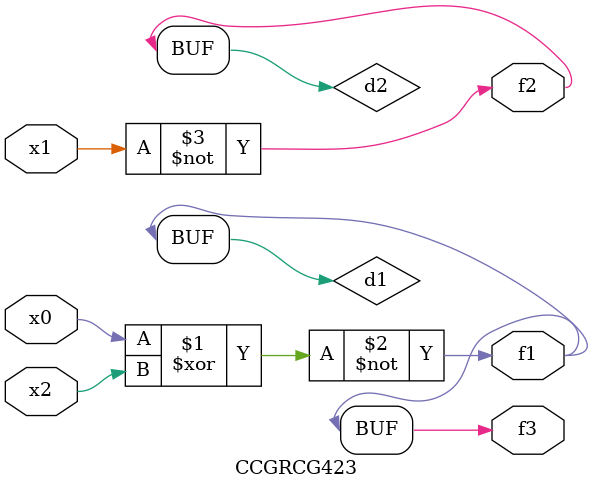
<source format=v>
module CCGRCG423(
	input x0, x1, x2,
	output f1, f2, f3
);

	wire d1, d2, d3;

	xnor (d1, x0, x2);
	nand (d2, x1);
	nor (d3, x1, x2);
	assign f1 = d1;
	assign f2 = d2;
	assign f3 = d1;
endmodule

</source>
